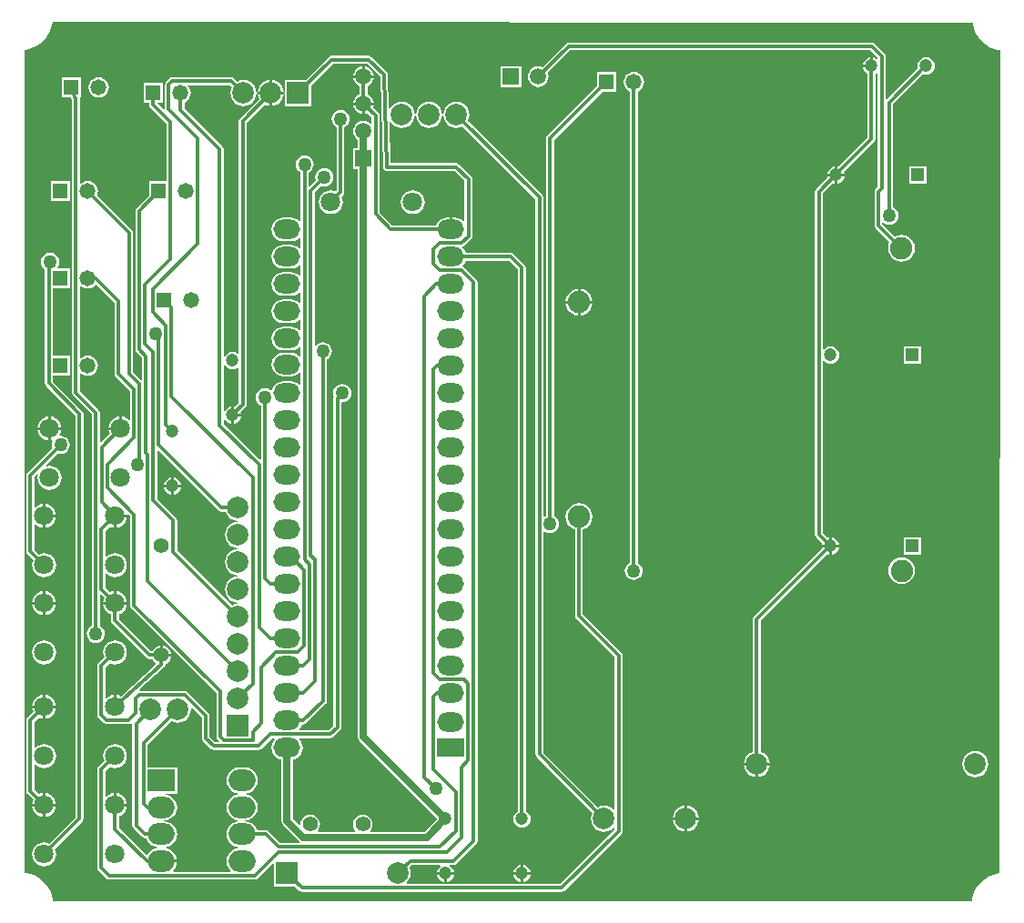
<source format=gtl>
%FSLAX25Y25*%
%MOIN*%
G70*
G01*
G75*
G04 Layer_Physical_Order=1*
G04 Layer_Color=255*
%ADD10C,0.01200*%
%ADD11C,0.02500*%
%ADD12C,0.05800*%
%ADD13R,0.05600X0.05600*%
%ADD14C,0.07087*%
%ADD15C,0.04724*%
%ADD16C,0.07874*%
%ADD17R,0.07874X0.07874*%
%ADD18C,0.05512*%
%ADD19R,0.09843X0.07087*%
%ADD20O,0.09843X0.07087*%
%ADD21C,0.07087*%
%ADD22R,0.05906X0.05906*%
%ADD23C,0.05906*%
%ADD24R,0.07874X0.07874*%
%ADD25R,0.04724X0.04724*%
%ADD26C,0.08200*%
%ADD27R,0.05906X0.05906*%
%ADD28R,0.09843X0.07874*%
%ADD29O,0.09843X0.07874*%
%ADD30C,0.05000*%
G36*
X361145Y285800D02*
X361181Y285332D01*
X361601Y283583D01*
X362290Y281922D01*
X363229Y280388D01*
X364397Y279021D01*
X365764Y277853D01*
X367298Y276914D01*
X368959Y276225D01*
X370707Y275806D01*
X371174Y275769D01*
X370983Y-25961D01*
X370486Y-26000D01*
X368710Y-26426D01*
X367022Y-27125D01*
X365464Y-28080D01*
X364074Y-29267D01*
X362888Y-30656D01*
X361933Y-32214D01*
X361234Y-33902D01*
X360807Y-35678D01*
X360768Y-36174D01*
X24232D01*
X24191Y-35647D01*
X23757Y-33839D01*
X23045Y-32121D01*
X22074Y-30536D01*
X20866Y-29122D01*
X19452Y-27914D01*
X17867Y-26943D01*
X16150Y-26232D01*
X14342Y-25797D01*
X13814Y-25756D01*
X13825Y275828D01*
X14342Y275868D01*
X16139Y276300D01*
X17846Y277007D01*
X19422Y277973D01*
X20827Y279173D01*
X22027Y280578D01*
X22993Y282154D01*
X23700Y283861D01*
X24132Y285658D01*
X24172Y286173D01*
X361145Y285800D01*
D02*
G37*
%LPC*%
G36*
X21508Y77370D02*
Y73555D01*
X25323D01*
X25240Y74189D01*
X24802Y75246D01*
X24106Y76153D01*
X23198Y76849D01*
X22142Y77287D01*
X21508Y77370D01*
D02*
G37*
G36*
X20508D02*
X19874Y77287D01*
X18818Y76849D01*
X17910Y76153D01*
X17214Y75246D01*
X16777Y74189D01*
X16693Y73555D01*
X20508D01*
Y77370D01*
D02*
G37*
G36*
X335083Y89859D02*
X333804Y89691D01*
X332612Y89197D01*
X331589Y88411D01*
X330803Y87388D01*
X330310Y86196D01*
X330141Y84917D01*
X330310Y83638D01*
X330803Y82446D01*
X331589Y81422D01*
X332612Y80637D01*
X333804Y80143D01*
X335083Y79975D01*
X336363Y80143D01*
X337555Y80637D01*
X338578Y81422D01*
X339364Y82446D01*
X339857Y83638D01*
X340026Y84917D01*
X339857Y86196D01*
X339364Y87388D01*
X338578Y88411D01*
X337555Y89197D01*
X336363Y89691D01*
X335083Y89859D01*
D02*
G37*
G36*
X47492Y77370D02*
Y73555D01*
X51307D01*
X51224Y74189D01*
X50786Y75246D01*
X50090Y76153D01*
X49183Y76849D01*
X48126Y77287D01*
X47492Y77370D01*
D02*
G37*
G36*
X64500Y57521D02*
Y54500D01*
X67521D01*
X67464Y54928D01*
X67106Y55793D01*
X66536Y56536D01*
X65793Y57106D01*
X64928Y57464D01*
X64500Y57521D01*
D02*
G37*
G36*
X21008Y59326D02*
X19874Y59176D01*
X18818Y58739D01*
X17910Y58043D01*
X17214Y57135D01*
X16777Y56079D01*
X16627Y54945D01*
X16777Y53811D01*
X17214Y52755D01*
X17910Y51847D01*
X18818Y51151D01*
X19874Y50713D01*
X21008Y50564D01*
X22142Y50713D01*
X23198Y51151D01*
X24106Y51847D01*
X24802Y52755D01*
X25240Y53811D01*
X25389Y54945D01*
X25240Y56079D01*
X24802Y57135D01*
X24106Y58043D01*
X23198Y58739D01*
X22142Y59176D01*
X21008Y59326D01*
D02*
G37*
G36*
X25323Y72555D02*
X21508D01*
Y68740D01*
X22142Y68824D01*
X23198Y69261D01*
X24106Y69958D01*
X24802Y70865D01*
X25240Y71921D01*
X25323Y72555D01*
D02*
G37*
G36*
X20508D02*
X16693D01*
X16777Y71921D01*
X17214Y70865D01*
X17910Y69958D01*
X18818Y69261D01*
X19874Y68824D01*
X20508Y68740D01*
Y72555D01*
D02*
G37*
G36*
X25323Y104555D02*
X21508D01*
Y100740D01*
X22142Y100824D01*
X23198Y101261D01*
X24106Y101957D01*
X24802Y102865D01*
X25240Y103921D01*
X25323Y104555D01*
D02*
G37*
G36*
X309500Y97124D02*
Y94500D01*
X312124D01*
X312081Y94826D01*
X311762Y95595D01*
X311255Y96255D01*
X310595Y96762D01*
X309825Y97081D01*
X309500Y97124D01*
D02*
G37*
G36*
X21508Y109370D02*
Y105555D01*
X25323D01*
X25240Y106189D01*
X24802Y107246D01*
X24106Y108153D01*
X23198Y108849D01*
X22142Y109287D01*
X21508Y109370D01*
D02*
G37*
G36*
X51307Y104555D02*
X47492D01*
Y100740D01*
X48126Y100824D01*
X49183Y101261D01*
X50090Y101957D01*
X50786Y102865D01*
X51224Y103921D01*
X51307Y104555D01*
D02*
G37*
G36*
X342162Y97162D02*
X335838D01*
Y90838D01*
X342162D01*
Y97162D01*
D02*
G37*
G36*
X237000Y267732D02*
X236034Y267605D01*
X235134Y267232D01*
X234361Y266639D01*
X233768Y265866D01*
X233395Y264966D01*
X233268Y264000D01*
X233395Y263034D01*
X233768Y262134D01*
X234361Y261361D01*
X235134Y260768D01*
X235573Y260586D01*
Y87881D01*
X235336Y87783D01*
X234646Y87254D01*
X234118Y86564D01*
X233785Y85761D01*
X233671Y84900D01*
X233785Y84039D01*
X234118Y83236D01*
X234646Y82546D01*
X235336Y82017D01*
X236139Y81685D01*
X237000Y81572D01*
X237861Y81685D01*
X238664Y82017D01*
X239354Y82546D01*
X239882Y83236D01*
X240215Y84039D01*
X240329Y84900D01*
X240215Y85761D01*
X239882Y86564D01*
X239354Y87254D01*
X238664Y87783D01*
X238427Y87881D01*
Y260586D01*
X238866Y260768D01*
X239639Y261361D01*
X240232Y262134D01*
X240605Y263034D01*
X240732Y264000D01*
X240605Y264966D01*
X240232Y265866D01*
X239639Y266639D01*
X238866Y267232D01*
X237966Y267605D01*
X237000Y267732D01*
D02*
G37*
G36*
X312124Y93500D02*
X309500D01*
Y90876D01*
X309825Y90919D01*
X310595Y91238D01*
X311255Y91745D01*
X311762Y92405D01*
X312081Y93174D01*
X312124Y93500D01*
D02*
G37*
G36*
X308500D02*
X305876D01*
X305919Y93174D01*
X305989Y93007D01*
X280991Y68009D01*
X280681Y67546D01*
X280573Y67000D01*
X280573Y67000D01*
Y18536D01*
X279611Y18138D01*
X278622Y17379D01*
X277862Y16389D01*
X277385Y15237D01*
X277288Y14500D01*
X286712D01*
X286615Y15237D01*
X286138Y16389D01*
X285379Y17379D01*
X284389Y18138D01*
X283427Y18536D01*
Y66409D01*
X308007Y90988D01*
X308174Y90919D01*
X308500Y90876D01*
Y93500D01*
D02*
G37*
G36*
X20508Y-1445D02*
X16693D01*
X16777Y-2079D01*
X17214Y-3135D01*
X17910Y-4042D01*
X18818Y-4739D01*
X19874Y-5176D01*
X20508Y-5260D01*
Y-1445D01*
D02*
G37*
G36*
X256500Y-1288D02*
Y-5500D01*
X260712D01*
X260615Y-4763D01*
X260138Y-3611D01*
X259379Y-2622D01*
X258389Y-1862D01*
X257237Y-1385D01*
X256500Y-1288D01*
D02*
G37*
G36*
X21508Y3370D02*
Y-445D01*
X25323D01*
X25240Y189D01*
X24802Y1246D01*
X24106Y2153D01*
X23198Y2849D01*
X22142Y3287D01*
X21508Y3370D01*
D02*
G37*
G36*
X25323Y-1445D02*
X21508D01*
Y-5260D01*
X22142Y-5176D01*
X23198Y-4739D01*
X24106Y-4042D01*
X24802Y-3135D01*
X25240Y-2079D01*
X25323Y-1445D01*
D02*
G37*
G36*
X255500Y-6500D02*
X251288D01*
X251385Y-7237D01*
X251862Y-8389D01*
X252622Y-9379D01*
X253611Y-10138D01*
X254763Y-10615D01*
X255500Y-10712D01*
Y-6500D01*
D02*
G37*
G36*
X23200Y201429D02*
X22339Y201315D01*
X21536Y200982D01*
X20846Y200454D01*
X20317Y199764D01*
X19985Y198961D01*
X19872Y198100D01*
X19985Y197239D01*
X20317Y196436D01*
X20846Y195746D01*
X21373Y195343D01*
Y153600D01*
X21373Y153600D01*
X21481Y153054D01*
X21791Y152591D01*
X32573Y141809D01*
Y-5472D01*
X22905Y-15139D01*
X22142Y-14823D01*
X21008Y-14674D01*
X19874Y-14823D01*
X18818Y-15261D01*
X17910Y-15957D01*
X17214Y-16865D01*
X16777Y-17921D01*
X16627Y-19055D01*
X16777Y-20189D01*
X17214Y-21245D01*
X17910Y-22153D01*
X18818Y-22849D01*
X19874Y-23287D01*
X21008Y-23436D01*
X22142Y-23287D01*
X23198Y-22849D01*
X24106Y-22153D01*
X24802Y-21245D01*
X25240Y-20189D01*
X25389Y-19055D01*
X25240Y-17921D01*
X24924Y-17158D01*
X35009Y-7072D01*
X35009Y-7072D01*
X35195Y-6795D01*
X35319Y-6609D01*
X35427Y-6063D01*
X35427Y-6063D01*
X35427Y-6063D01*
Y-6063D01*
Y142400D01*
X35427Y142400D01*
X35319Y142946D01*
X35195Y143132D01*
X35009Y143409D01*
X35009Y143409D01*
X24227Y154191D01*
Y156400D01*
X30600D01*
Y163600D01*
X24227D01*
Y188400D01*
X30600D01*
Y195600D01*
X26006D01*
X25785Y196048D01*
X26083Y196436D01*
X26415Y197239D01*
X26528Y198100D01*
X26415Y198961D01*
X26083Y199764D01*
X25554Y200454D01*
X24864Y200982D01*
X24061Y201315D01*
X23200Y201429D01*
D02*
G37*
G36*
X255500Y-1288D02*
X254763Y-1385D01*
X253611Y-1862D01*
X252622Y-2622D01*
X251862Y-3611D01*
X251385Y-4763D01*
X251288Y-5500D01*
X255500D01*
Y-1288D01*
D02*
G37*
G36*
X260712Y-6500D02*
X256500D01*
Y-10712D01*
X257237Y-10615D01*
X258389Y-10138D01*
X259379Y-9379D01*
X260138Y-8389D01*
X260615Y-7237D01*
X260712Y-6500D01*
D02*
G37*
G36*
X25323Y34555D02*
X21508D01*
Y30740D01*
X22142Y30824D01*
X23198Y31261D01*
X24106Y31958D01*
X24802Y32865D01*
X25240Y33921D01*
X25323Y34555D01*
D02*
G37*
G36*
X20508D02*
X16693D01*
X16777Y33921D01*
X17093Y33158D01*
X14991Y31056D01*
X14681Y30593D01*
X14573Y30047D01*
X14573Y30047D01*
Y4063D01*
X14573Y4063D01*
X14681Y3517D01*
X14991Y3054D01*
X17093Y952D01*
X16777Y189D01*
X16693Y-445D01*
X20508D01*
Y3370D01*
X19874Y3287D01*
X19111Y2971D01*
X17427Y4654D01*
Y13699D01*
X17901Y13860D01*
X17910Y13847D01*
X18818Y13151D01*
X19874Y12713D01*
X21008Y12564D01*
X22142Y12713D01*
X23198Y13151D01*
X24106Y13847D01*
X24802Y14755D01*
X25240Y15811D01*
X25389Y16945D01*
X25240Y18079D01*
X24802Y19135D01*
X24106Y20043D01*
X23198Y20739D01*
X22142Y21177D01*
X21008Y21326D01*
X19874Y21177D01*
X18818Y20739D01*
X17910Y20043D01*
X17901Y20030D01*
X17427Y20191D01*
Y29456D01*
X19111Y31140D01*
X19874Y30824D01*
X20508Y30740D01*
Y34555D01*
D02*
G37*
G36*
X21508Y39370D02*
Y35555D01*
X25323D01*
X25240Y36189D01*
X24802Y37246D01*
X24106Y38153D01*
X23198Y38849D01*
X22142Y39287D01*
X21508Y39370D01*
D02*
G37*
G36*
X20508D02*
X19874Y39287D01*
X18818Y38849D01*
X17910Y38153D01*
X17214Y37246D01*
X16777Y36189D01*
X16693Y35555D01*
X20508D01*
Y39370D01*
D02*
G37*
G36*
X362000Y18778D02*
X360763Y18615D01*
X359611Y18138D01*
X358622Y17379D01*
X357862Y16389D01*
X357385Y15237D01*
X357222Y14000D01*
X357385Y12763D01*
X357862Y11611D01*
X358622Y10622D01*
X359611Y9862D01*
X360763Y9385D01*
X362000Y9222D01*
X363237Y9385D01*
X364389Y9862D01*
X365378Y10622D01*
X366138Y11611D01*
X366615Y12763D01*
X366778Y14000D01*
X366615Y15237D01*
X366138Y16389D01*
X365378Y17379D01*
X364389Y18138D01*
X363237Y18615D01*
X362000Y18778D01*
D02*
G37*
G36*
X47492Y3370D02*
Y-445D01*
X51307D01*
X51224Y189D01*
X50786Y1246D01*
X50090Y2153D01*
X49183Y2849D01*
X48126Y3287D01*
X47492Y3370D01*
D02*
G37*
G36*
X286712Y13500D02*
X282500D01*
Y9288D01*
X283237Y9385D01*
X284389Y9862D01*
X285379Y10622D01*
X286138Y11611D01*
X286615Y12763D01*
X286712Y13500D01*
D02*
G37*
G36*
X281500D02*
X277288D01*
X277385Y12763D01*
X277862Y11611D01*
X278622Y10622D01*
X279611Y9862D01*
X280763Y9385D01*
X281500Y9288D01*
Y13500D01*
D02*
G37*
G36*
X137500Y255500D02*
X134281D01*
X134344Y255020D01*
X134722Y254107D01*
X135324Y253324D01*
X136107Y252722D01*
X137020Y252344D01*
X137500Y252281D01*
Y255500D01*
D02*
G37*
G36*
X310500Y233124D02*
X310174Y233081D01*
X309405Y232762D01*
X308745Y232255D01*
X308238Y231595D01*
X307919Y230825D01*
X307876Y230500D01*
X310500D01*
Y233124D01*
D02*
G37*
G36*
X141719Y265500D02*
X134281D01*
X134344Y265020D01*
X134722Y264107D01*
X135324Y263323D01*
X136107Y262722D01*
X136573Y262529D01*
Y259471D01*
X136107Y259278D01*
X135324Y258677D01*
X134722Y257893D01*
X134344Y256980D01*
X134281Y256500D01*
X141719D01*
X141656Y256980D01*
X141278Y257893D01*
X140676Y258677D01*
X139893Y259278D01*
X139427Y259471D01*
Y262529D01*
X139893Y262722D01*
X140676Y263323D01*
X141278Y264107D01*
X141656Y265020D01*
X141719Y265500D01*
D02*
G37*
G36*
X108712Y259500D02*
X104500D01*
Y255288D01*
X105237Y255385D01*
X106389Y255862D01*
X107378Y256622D01*
X108138Y257611D01*
X108615Y258763D01*
X108712Y259500D01*
D02*
G37*
G36*
X314124Y229500D02*
X311500D01*
Y226876D01*
X311825Y226919D01*
X312595Y227238D01*
X313255Y227745D01*
X313762Y228405D01*
X314081Y229174D01*
X314124Y229500D01*
D02*
G37*
G36*
X129600Y253829D02*
X128738Y253715D01*
X127936Y253382D01*
X127246Y252854D01*
X126717Y252164D01*
X126385Y251361D01*
X126271Y250500D01*
X126385Y249639D01*
X126717Y248836D01*
X127246Y248146D01*
X127936Y247618D01*
X128173Y247519D01*
Y224251D01*
X127757Y223973D01*
X127134Y224232D01*
X126000Y224381D01*
X124866Y224232D01*
X123810Y223794D01*
X122902Y223098D01*
X122206Y222190D01*
X121768Y221134D01*
X121619Y220000D01*
X121768Y218866D01*
X122206Y217810D01*
X122902Y216902D01*
X123810Y216206D01*
X124866Y215769D01*
X126000Y215619D01*
X127134Y215769D01*
X128190Y216206D01*
X129098Y216902D01*
X129794Y217810D01*
X130231Y218866D01*
X130381Y220000D01*
X130231Y221134D01*
X129915Y221897D01*
X130609Y222591D01*
X130609Y222591D01*
X130919Y223054D01*
X131027Y223600D01*
X131027Y223600D01*
Y247519D01*
X131264Y247618D01*
X131954Y248146D01*
X132483Y248836D01*
X132815Y249639D01*
X132929Y250500D01*
X132815Y251361D01*
X132483Y252164D01*
X131954Y252854D01*
X131264Y253382D01*
X130462Y253715D01*
X129600Y253829D01*
D02*
G37*
G36*
X30600Y227600D02*
X23400D01*
Y220400D01*
X30600D01*
Y227600D01*
D02*
G37*
G36*
X310500Y229500D02*
X307876D01*
X307919Y229174D01*
X307989Y229007D01*
X303791Y224809D01*
X303481Y224346D01*
X303373Y223800D01*
X303373Y223800D01*
Y98200D01*
X303373Y98200D01*
X303481Y97654D01*
X303791Y97191D01*
X305989Y94993D01*
X305919Y94826D01*
X305876Y94500D01*
X308500D01*
Y97124D01*
X308174Y97081D01*
X308007Y97012D01*
X306227Y98791D01*
Y161641D01*
X306701Y161802D01*
X306745Y161745D01*
X307405Y161238D01*
X308174Y160919D01*
X309000Y160810D01*
X309825Y160919D01*
X310595Y161238D01*
X311255Y161745D01*
X311762Y162405D01*
X312081Y163174D01*
X312190Y164000D01*
X312081Y164825D01*
X311762Y165595D01*
X311255Y166255D01*
X310595Y166762D01*
X309825Y167081D01*
X309000Y167190D01*
X308174Y167081D01*
X307405Y166762D01*
X306745Y166255D01*
X306701Y166198D01*
X306227Y166359D01*
Y223209D01*
X310007Y226989D01*
X310174Y226919D01*
X310500Y226876D01*
Y229500D01*
D02*
G37*
G36*
X344162Y233162D02*
X337838D01*
Y226838D01*
X344162D01*
Y233162D01*
D02*
G37*
G36*
X323500Y273124D02*
X323175Y273081D01*
X322405Y272762D01*
X321745Y272255D01*
X321238Y271595D01*
X320919Y270826D01*
X320876Y270500D01*
X323500D01*
Y273124D01*
D02*
G37*
G36*
X138500Y269719D02*
Y266500D01*
X141719D01*
X141656Y266980D01*
X141278Y267893D01*
X140676Y268676D01*
X139893Y269278D01*
X138980Y269656D01*
X138500Y269719D01*
D02*
G37*
G36*
X324200Y278527D02*
X324200Y278527D01*
X213100D01*
X213100Y278527D01*
X212554Y278419D01*
X212091Y278109D01*
X203445Y269463D01*
X202980Y269656D01*
X202000Y269785D01*
X201020Y269656D01*
X200107Y269278D01*
X199323Y268676D01*
X198722Y267893D01*
X198344Y266980D01*
X198215Y266000D01*
X198344Y265020D01*
X198722Y264107D01*
X199323Y263323D01*
X200107Y262722D01*
X201020Y262344D01*
X202000Y262215D01*
X202980Y262344D01*
X203893Y262722D01*
X204677Y263323D01*
X205278Y264107D01*
X205656Y265020D01*
X205785Y266000D01*
X205656Y266980D01*
X205464Y267445D01*
X213691Y275673D01*
X323609D01*
X326188Y273093D01*
X326107Y272600D01*
X325924Y272509D01*
X325595Y272762D01*
X324826Y273081D01*
X324500Y273124D01*
Y269999D01*
X324001D01*
Y269500D01*
X320876D01*
X320919Y269175D01*
X321238Y268405D01*
X321745Y267745D01*
X322405Y267238D01*
X322573Y267168D01*
Y243591D01*
X311993Y233012D01*
X311825Y233081D01*
X311500Y233124D01*
Y230500D01*
X314124D01*
X314081Y230825D01*
X314012Y230993D01*
X325009Y241991D01*
X325009Y241991D01*
X325319Y242454D01*
X325319Y242454D01*
X325319Y242454D01*
X325427Y243000D01*
X325427Y243000D01*
Y267168D01*
X325595Y267238D01*
X325924Y267491D01*
X326373Y267269D01*
Y225691D01*
X325591Y224909D01*
X325281Y224446D01*
X325173Y223900D01*
X325173Y223900D01*
Y211483D01*
X325173Y211483D01*
X325281Y210937D01*
X325591Y210474D01*
X330658Y205406D01*
X330226Y204363D01*
X330058Y203083D01*
X330226Y201804D01*
X330720Y200612D01*
X331505Y199589D01*
X332529Y198803D01*
X333721Y198310D01*
X335000Y198141D01*
X336279Y198310D01*
X337471Y198803D01*
X338495Y199589D01*
X339280Y200612D01*
X339774Y201804D01*
X339942Y203083D01*
X339774Y204363D01*
X339280Y205555D01*
X338495Y206578D01*
X337471Y207364D01*
X336279Y207857D01*
X335000Y208026D01*
X333721Y207857D01*
X332677Y207425D01*
X328027Y212075D01*
Y212273D01*
X328476Y212494D01*
X328836Y212217D01*
X329639Y211885D01*
X330500Y211771D01*
X331362Y211885D01*
X332164Y212217D01*
X332854Y212746D01*
X333383Y213436D01*
X333715Y214239D01*
X333828Y215100D01*
X333715Y215962D01*
X333383Y216764D01*
X332854Y217454D01*
X332164Y217983D01*
X331927Y218081D01*
Y255909D01*
X343007Y266988D01*
X343175Y266919D01*
X344000Y266810D01*
X344826Y266919D01*
X345595Y267238D01*
X346255Y267745D01*
X346762Y268405D01*
X347081Y269175D01*
X347189Y270000D01*
X347081Y270826D01*
X346762Y271595D01*
X346255Y272255D01*
X345595Y272762D01*
X344826Y273081D01*
X344000Y273189D01*
X343175Y273081D01*
X342405Y272762D01*
X341745Y272255D01*
X341238Y271595D01*
X340919Y270826D01*
X340810Y270000D01*
X340919Y269175D01*
X340988Y269007D01*
X329689Y257708D01*
X329227Y257899D01*
Y273500D01*
X329227Y273500D01*
X329119Y274046D01*
X328809Y274509D01*
X328809Y274509D01*
X325209Y278109D01*
X324746Y278419D01*
X324200Y278527D01*
D02*
G37*
G36*
X140000Y273627D02*
X140000Y273627D01*
X126200D01*
X126200Y273627D01*
X125654Y273519D01*
X125191Y273209D01*
X125191Y273209D01*
X116718Y264737D01*
X109263D01*
Y260228D01*
X109159Y260131D01*
X108898Y260114D01*
D01*
X108764Y260105D01*
X108778Y260000D01*
X108764Y259895D01*
X108898Y259886D01*
D01*
X109159Y259869D01*
X109263Y259772D01*
Y255263D01*
X118737D01*
Y262718D01*
X126791Y270773D01*
X139409D01*
X144092Y266090D01*
X145173Y232854D01*
X145231Y232605D01*
X145281Y232354D01*
X145294Y232334D01*
X145300Y232311D01*
X145449Y232103D01*
X145591Y231891D01*
X145610Y231877D01*
X145624Y231858D01*
X145841Y231723D01*
X146054Y231581D01*
X146077Y231577D01*
X146097Y231564D01*
X146349Y231522D01*
X146600Y231473D01*
X171409D01*
X174973Y227909D01*
Y213228D01*
X174499Y213067D01*
X174476Y213098D01*
X173568Y213794D01*
X172512Y214231D01*
X171378Y214381D01*
X170500D01*
Y209999D01*
X169500D01*
Y214381D01*
X168622D01*
X167488Y214231D01*
X166432Y213794D01*
X165524Y213098D01*
X164828Y212190D01*
X164512Y211427D01*
X148591D01*
X143827Y216191D01*
Y251600D01*
X143827Y251600D01*
X143719Y252146D01*
X143409Y252609D01*
X141463Y254555D01*
X141656Y255020D01*
X141719Y255500D01*
X138500D01*
Y252281D01*
X138980Y252344D01*
X139445Y252537D01*
X140973Y251009D01*
Y249015D01*
X140524Y248793D01*
X139893Y249278D01*
X138980Y249656D01*
X138000Y249785D01*
X137020Y249656D01*
X136107Y249278D01*
X135324Y248676D01*
X134722Y247893D01*
X134344Y246980D01*
X134215Y246000D01*
X134344Y245020D01*
X134722Y244107D01*
X135324Y243323D01*
X135910Y242874D01*
Y239753D01*
X134247D01*
Y232247D01*
X135910D01*
Y24000D01*
X135910Y24000D01*
X136069Y23200D01*
X136522Y22522D01*
X164794Y-5750D01*
Y-6250D01*
X160234Y-10810D01*
X140604D01*
X140383Y-10361D01*
X140819Y-9793D01*
X141177Y-8928D01*
X141299Y-8000D01*
X141177Y-7072D01*
X140819Y-6207D01*
X140249Y-5464D01*
X139506Y-4894D01*
X138641Y-4536D01*
X137713Y-4413D01*
X136784Y-4536D01*
X135919Y-4894D01*
X135177Y-5464D01*
X134607Y-6207D01*
X134248Y-7072D01*
X134126Y-8000D01*
X134248Y-8928D01*
X134607Y-9793D01*
X135043Y-10361D01*
X134821Y-10810D01*
X121391D01*
X121170Y-10361D01*
X121606Y-9793D01*
X121964Y-8928D01*
X122087Y-8000D01*
X121964Y-7072D01*
X121606Y-6207D01*
X121036Y-5464D01*
X120293Y-4894D01*
X119428Y-4536D01*
X118500Y-4413D01*
X117572Y-4536D01*
X116707Y-4894D01*
X115964Y-5464D01*
X115394Y-6207D01*
X115036Y-7072D01*
X114913Y-8000D01*
X114942Y-8216D01*
X114494Y-8438D01*
X112090Y-6034D01*
Y15713D01*
X112512Y15768D01*
X113568Y16206D01*
X114476Y16902D01*
X115172Y17810D01*
X115610Y18866D01*
X115759Y20000D01*
X115610Y21134D01*
X115172Y22190D01*
X114476Y23098D01*
X114474Y23099D01*
X114635Y23573D01*
X126000D01*
X126000Y23573D01*
X126546Y23681D01*
X127009Y23991D01*
X129409Y26391D01*
X129409Y26391D01*
X129595Y26668D01*
X129719Y26854D01*
X129827Y27400D01*
X129827Y27400D01*
X129827Y27400D01*
Y27400D01*
Y146345D01*
X130200Y146671D01*
X131061Y146785D01*
X131864Y147117D01*
X132554Y147646D01*
X133082Y148336D01*
X133415Y149138D01*
X133528Y150000D01*
X133415Y150862D01*
X133082Y151664D01*
X132554Y152354D01*
X131864Y152883D01*
X131061Y153215D01*
X130200Y153329D01*
X129339Y153215D01*
X128536Y152883D01*
X127846Y152354D01*
X127318Y151664D01*
X126985Y150862D01*
X126872Y150000D01*
X126985Y149138D01*
X127122Y148807D01*
X127081Y148746D01*
X126973Y148200D01*
X126973Y148200D01*
Y27991D01*
X125409Y26427D01*
X114635D01*
X114474Y26901D01*
X114476Y26902D01*
X115172Y27810D01*
X115488Y28573D01*
X116000D01*
X116000Y28573D01*
X116546Y28681D01*
X117009Y28991D01*
X124109Y36091D01*
X124109Y36091D01*
X124419Y36554D01*
X124527Y37100D01*
X124527Y37100D01*
Y162319D01*
X124764Y162417D01*
X125454Y162946D01*
X125982Y163636D01*
X126315Y164438D01*
X126428Y165300D01*
X126315Y166162D01*
X125982Y166964D01*
X125454Y167654D01*
X124764Y168183D01*
X123961Y168515D01*
X123100Y168629D01*
X122239Y168515D01*
X121436Y168183D01*
X120746Y167654D01*
X120601Y167464D01*
X120127Y167625D01*
Y223509D01*
X122602Y225983D01*
X122838Y225885D01*
X123700Y225771D01*
X124562Y225885D01*
X125364Y226218D01*
X126054Y226746D01*
X126583Y227436D01*
X126915Y228239D01*
X127029Y229100D01*
X126915Y229961D01*
X126583Y230764D01*
X126054Y231454D01*
X125364Y231982D01*
X124562Y232315D01*
X123700Y232429D01*
X122838Y232315D01*
X122036Y231982D01*
X121346Y231454D01*
X120817Y230764D01*
X120485Y229961D01*
X120371Y229100D01*
X120485Y228239D01*
X120583Y228002D01*
X118289Y225708D01*
X117827Y225899D01*
Y230919D01*
X118064Y231017D01*
X118754Y231546D01*
X119282Y232236D01*
X119615Y233038D01*
X119729Y233900D01*
X119615Y234762D01*
X119282Y235564D01*
X118754Y236254D01*
X118064Y236783D01*
X117262Y237115D01*
X116400Y237228D01*
X115539Y237115D01*
X114736Y236783D01*
X114046Y236254D01*
X113517Y235564D01*
X113185Y234762D01*
X113072Y233900D01*
X113185Y233038D01*
X113517Y232236D01*
X114046Y231546D01*
X114736Y231017D01*
X114973Y230919D01*
Y213228D01*
X114499Y213067D01*
X114476Y213098D01*
X113568Y213794D01*
X112512Y214231D01*
X111378Y214381D01*
X108622D01*
X107488Y214231D01*
X106432Y213794D01*
X105524Y213098D01*
X104828Y212190D01*
X104391Y211134D01*
X104241Y210000D01*
X104391Y208866D01*
X104828Y207810D01*
X105524Y206902D01*
X106432Y206206D01*
X107488Y205768D01*
X108622Y205619D01*
X111378D01*
X112512Y205768D01*
X113568Y206206D01*
X114476Y206902D01*
X114499Y206933D01*
X114973Y206772D01*
Y203228D01*
X114499Y203067D01*
X114476Y203098D01*
X113568Y203794D01*
X112512Y204232D01*
X111378Y204381D01*
X108622D01*
X107488Y204232D01*
X106432Y203794D01*
X105524Y203098D01*
X104828Y202190D01*
X104391Y201134D01*
X104241Y200000D01*
X104391Y198866D01*
X104828Y197810D01*
X105524Y196902D01*
X106432Y196206D01*
X107488Y195768D01*
X108622Y195619D01*
X111378D01*
X112512Y195768D01*
X113568Y196206D01*
X114476Y196902D01*
X114499Y196933D01*
X114973Y196772D01*
Y193228D01*
X114499Y193067D01*
X114476Y193098D01*
X113568Y193794D01*
X112512Y194231D01*
X111378Y194381D01*
X108622D01*
X107488Y194231D01*
X106432Y193794D01*
X105524Y193098D01*
X104828Y192190D01*
X104391Y191134D01*
X104241Y190000D01*
X104391Y188866D01*
X104828Y187810D01*
X105524Y186902D01*
X106432Y186206D01*
X107488Y185768D01*
X108622Y185619D01*
X111378D01*
X112512Y185768D01*
X113568Y186206D01*
X114476Y186902D01*
X114499Y186933D01*
X114973Y186772D01*
Y183228D01*
X114499Y183067D01*
X114476Y183098D01*
X113568Y183794D01*
X112512Y184231D01*
X111378Y184381D01*
X108622D01*
X107488Y184231D01*
X106432Y183794D01*
X105524Y183098D01*
X104828Y182190D01*
X104391Y181134D01*
X104241Y180000D01*
X104391Y178866D01*
X104828Y177810D01*
X105524Y176902D01*
X106432Y176206D01*
X107488Y175768D01*
X108622Y175619D01*
X111378D01*
X112512Y175768D01*
X113568Y176206D01*
X114476Y176902D01*
X114499Y176933D01*
X114973Y176772D01*
Y173228D01*
X114499Y173067D01*
X114476Y173098D01*
X113568Y173794D01*
X112512Y174232D01*
X111378Y174381D01*
X108622D01*
X107488Y174232D01*
X106432Y173794D01*
X105524Y173098D01*
X104828Y172190D01*
X104391Y171134D01*
X104241Y170000D01*
X104391Y168866D01*
X104828Y167810D01*
X105524Y166902D01*
X106432Y166206D01*
X107488Y165769D01*
X108622Y165619D01*
X111378D01*
X112512Y165769D01*
X113568Y166206D01*
X114476Y166902D01*
X114499Y166933D01*
X114973Y166772D01*
Y163728D01*
X114499Y163567D01*
X114476Y163598D01*
X113568Y164294D01*
X112512Y164732D01*
X111378Y164881D01*
X108622D01*
X107488Y164732D01*
X106432Y164294D01*
X105524Y163598D01*
X104828Y162690D01*
X104391Y161634D01*
X104241Y160500D01*
X104391Y159366D01*
X104828Y158310D01*
X105524Y157402D01*
X106432Y156706D01*
X107488Y156269D01*
X108622Y156119D01*
X111378D01*
X112512Y156269D01*
X113568Y156706D01*
X114476Y157402D01*
X114499Y157433D01*
X114973Y157272D01*
Y153228D01*
X114499Y153067D01*
X114476Y153098D01*
X113568Y153794D01*
X112512Y154232D01*
X111378Y154381D01*
X108622D01*
X107488Y154232D01*
X106432Y153794D01*
X105524Y153098D01*
X104828Y152190D01*
X104395Y151145D01*
X104366Y151137D01*
X103627Y151234D01*
X103564Y151283D01*
X102761Y151615D01*
X101900Y151728D01*
X101039Y151615D01*
X100236Y151283D01*
X99546Y150754D01*
X99017Y150064D01*
X98685Y149261D01*
X98571Y148400D01*
X98685Y147538D01*
X99017Y146736D01*
X99546Y146046D01*
X100236Y145518D01*
X100473Y145419D01*
Y125699D01*
X100011Y125508D01*
X86727Y138791D01*
Y140356D01*
X87218Y140454D01*
X87238Y140405D01*
X87745Y139745D01*
X88405Y139238D01*
X89174Y138919D01*
X89500Y138876D01*
Y141999D01*
Y145124D01*
X89174Y145081D01*
X88405Y144762D01*
X87745Y144255D01*
X87238Y143595D01*
X87218Y143546D01*
X86727Y143644D01*
Y160356D01*
X87218Y160453D01*
X87238Y160405D01*
X87745Y159745D01*
X88405Y159238D01*
X89174Y158919D01*
X90000Y158810D01*
X90825Y158919D01*
X91595Y159238D01*
X91924Y159491D01*
X92373Y159269D01*
Y146391D01*
X90993Y145011D01*
X90825Y145081D01*
X90500Y145124D01*
Y142500D01*
X93124D01*
X93081Y142825D01*
X93011Y142993D01*
X94809Y144791D01*
X94809Y144791D01*
X94995Y145068D01*
X95119Y145254D01*
X95227Y145800D01*
X95227Y145800D01*
Y249209D01*
X101802Y255783D01*
X102763Y255385D01*
X103500Y255288D01*
Y259500D01*
X99288D01*
X99385Y258763D01*
X99783Y257802D01*
X92791Y250809D01*
X92481Y250346D01*
X92373Y249800D01*
X92373Y249800D01*
Y164731D01*
X91924Y164509D01*
X91595Y164762D01*
X90825Y165081D01*
X90000Y165190D01*
X89174Y165081D01*
X88405Y164762D01*
X87745Y164255D01*
X87238Y163595D01*
X87218Y163547D01*
X86727Y163644D01*
Y239400D01*
X86619Y239946D01*
X86495Y240132D01*
X86309Y240409D01*
X86309Y240409D01*
X72427Y254291D01*
Y256586D01*
X72866Y256768D01*
X73639Y257361D01*
X74232Y258134D01*
X74605Y259034D01*
X74732Y260000D01*
X74605Y260966D01*
X74232Y261866D01*
X73639Y262639D01*
X73718Y262873D01*
X89109D01*
X89783Y262198D01*
X89385Y261237D01*
X89222Y260000D01*
X89385Y258763D01*
X89862Y257611D01*
X90622Y256622D01*
X91611Y255862D01*
X92763Y255385D01*
X94000Y255222D01*
X95237Y255385D01*
X96389Y255862D01*
X97378Y256622D01*
X98138Y257611D01*
X98615Y258763D01*
X98750Y259788D01*
X99250D01*
X99222Y260000D01*
X99250Y260212D01*
X98750D01*
X98615Y261237D01*
X98138Y262389D01*
X97378Y263379D01*
X96389Y264138D01*
X95237Y264615D01*
X94000Y264778D01*
X92763Y264615D01*
X91802Y264217D01*
X90709Y265309D01*
X90246Y265619D01*
X89700Y265727D01*
X89700Y265727D01*
X68000D01*
X68000Y265727D01*
X67454Y265619D01*
X66991Y265309D01*
X66991Y265309D01*
X65691Y264009D01*
X65381Y263546D01*
X65273Y263000D01*
X65273Y263000D01*
Y254394D01*
X64886Y254077D01*
X64580Y254138D01*
X62427Y256291D01*
Y256400D01*
X64600D01*
Y263600D01*
X57400D01*
Y256400D01*
X59573D01*
Y255700D01*
X59573Y255700D01*
X59681Y255154D01*
X59991Y254691D01*
X65773Y248909D01*
Y227600D01*
X59400D01*
Y222419D01*
X54891Y217909D01*
X54581Y217446D01*
X54473Y216900D01*
X54473Y216900D01*
Y166000D01*
X54473Y166000D01*
X54581Y165454D01*
X54891Y164991D01*
X56889Y162992D01*
Y155083D01*
X56427Y154891D01*
X53527Y157791D01*
Y208900D01*
X53419Y209446D01*
X53109Y209909D01*
X53109Y209909D01*
X40423Y222596D01*
X40605Y223034D01*
X40732Y224000D01*
X40605Y224966D01*
X40232Y225866D01*
X39639Y226639D01*
X38866Y227232D01*
X37966Y227605D01*
X37000Y227732D01*
X36034Y227605D01*
X35134Y227232D01*
X34576Y226804D01*
X34127Y227025D01*
Y257700D01*
X34075Y257962D01*
X34027Y258225D01*
X34147Y258400D01*
X34600D01*
Y265600D01*
X27400D01*
Y258400D01*
X30888D01*
X31273Y257428D01*
Y150200D01*
X31273Y150200D01*
X31381Y149654D01*
X31691Y149191D01*
X38573Y142309D01*
Y64781D01*
X38336Y64683D01*
X37646Y64154D01*
X37117Y63464D01*
X36785Y62661D01*
X36672Y61800D01*
X36785Y60939D01*
X37117Y60136D01*
X37646Y59446D01*
X38336Y58917D01*
X39138Y58585D01*
X40000Y58472D01*
X40861Y58585D01*
X41664Y58917D01*
X42354Y59446D01*
X42882Y60136D01*
X43215Y60939D01*
X43328Y61800D01*
X43215Y62661D01*
X42882Y63464D01*
X42354Y64154D01*
X41664Y64683D01*
X41427Y64781D01*
Y75948D01*
X41889Y76139D01*
X43077Y74952D01*
X42761Y74189D01*
X42677Y73555D01*
X46492D01*
Y77370D01*
X45858Y77287D01*
X45095Y76971D01*
X43427Y78639D01*
Y83689D01*
X43894Y83847D01*
X44802Y83151D01*
X45858Y82714D01*
X46992Y82564D01*
X48126Y82714D01*
X49183Y83151D01*
X50090Y83847D01*
X50786Y84755D01*
X51224Y85811D01*
X51373Y86945D01*
X51224Y88079D01*
X50786Y89135D01*
X50090Y90043D01*
X49183Y90739D01*
X48126Y91176D01*
X46992Y91326D01*
X45858Y91176D01*
X44802Y90739D01*
X43894Y90043D01*
X43427Y90201D01*
Y99472D01*
X45095Y101140D01*
X45858Y100824D01*
X46492Y100740D01*
Y105056D01*
X46991D01*
Y105555D01*
X51307D01*
X51308Y105553D01*
X51756Y105774D01*
X52573Y104957D01*
Y72200D01*
X52573Y72200D01*
X52681Y71654D01*
X52991Y71191D01*
X84173Y40009D01*
Y24000D01*
X84173Y24000D01*
X84281Y23454D01*
X84591Y22991D01*
X85092Y22489D01*
X84901Y22027D01*
X83691D01*
X81627Y24091D01*
Y31600D01*
X81627Y31600D01*
X81519Y32146D01*
X81209Y32609D01*
X81209Y32609D01*
X73409Y40409D01*
X72946Y40719D01*
X72400Y40827D01*
X72400Y40827D01*
X56218D01*
X56038Y41294D01*
X64956Y49340D01*
X64978Y49370D01*
X65009Y49391D01*
X65144Y49592D01*
X65289Y49787D01*
X65298Y49823D01*
X65319Y49854D01*
X65366Y50091D01*
X65426Y50327D01*
X65420Y50364D01*
X65427Y50400D01*
Y50742D01*
X65793Y50894D01*
X66536Y51464D01*
X67106Y52207D01*
X67464Y53072D01*
X67521Y53500D01*
X63999D01*
Y53999D01*
X63500D01*
Y57521D01*
X63072Y57464D01*
X62207Y57106D01*
X61464Y56536D01*
X60894Y55793D01*
X60742Y55427D01*
X60191D01*
X48420Y67199D01*
Y68945D01*
X49183Y69261D01*
X50090Y69958D01*
X50786Y70865D01*
X51224Y71921D01*
X51307Y72555D01*
X42677D01*
X42761Y71921D01*
X43198Y70865D01*
X43894Y69958D01*
X44802Y69261D01*
X45565Y68945D01*
Y66608D01*
X45565Y66608D01*
X45673Y66062D01*
X45983Y65598D01*
X58591Y52991D01*
X58591Y52991D01*
X58868Y52805D01*
X59054Y52681D01*
X59600Y52573D01*
X59600Y52573D01*
X60742D01*
X60894Y52207D01*
X61464Y51464D01*
X62010Y51045D01*
X62030Y50545D01*
X49103Y38882D01*
X48126Y39287D01*
X47492Y39370D01*
Y35054D01*
X46492D01*
Y39370D01*
X45858Y39287D01*
X44802Y38849D01*
X43894Y38153D01*
X43427Y38311D01*
Y49362D01*
X45095Y51029D01*
X45858Y50713D01*
X46992Y50564D01*
X48126Y50713D01*
X49183Y51151D01*
X50090Y51847D01*
X50786Y52755D01*
X51224Y53811D01*
X51373Y54945D01*
X51224Y56079D01*
X50786Y57135D01*
X50090Y58043D01*
X49183Y58739D01*
X48126Y59176D01*
X46992Y59326D01*
X45858Y59176D01*
X44802Y58739D01*
X43894Y58043D01*
X43198Y57135D01*
X42761Y56079D01*
X42611Y54945D01*
X42761Y53811D01*
X43077Y53048D01*
X40991Y50962D01*
X40681Y50499D01*
X40573Y49953D01*
X40573Y49953D01*
Y32100D01*
X40573Y32100D01*
X40681Y31554D01*
X40991Y31091D01*
X42991Y29091D01*
X42991Y29091D01*
X43454Y28781D01*
X43454Y28781D01*
X43454Y28781D01*
D01*
X43454Y28781D01*
X43454Y28781D01*
X44000Y28673D01*
X44000Y28673D01*
X52000D01*
X52000Y28673D01*
X52546Y28781D01*
X52758Y28922D01*
X53373Y28800D01*
X53373Y28800D01*
Y-8500D01*
X53373Y-8500D01*
X53481Y-9046D01*
X53791Y-9509D01*
X56976Y-12694D01*
X57439Y-13004D01*
X57985Y-13112D01*
X57985Y-13112D01*
X58480D01*
X58878Y-14074D01*
X59637Y-15064D01*
X60627Y-15823D01*
X61779Y-16300D01*
X62206Y-16356D01*
Y-16856D01*
X61779Y-16913D01*
X60627Y-17390D01*
X59637Y-18149D01*
X58883Y-19132D01*
X58384Y-19165D01*
X48420Y-9201D01*
Y-5055D01*
X49183Y-4739D01*
X50090Y-4042D01*
X50786Y-3135D01*
X51224Y-2079D01*
X51307Y-1445D01*
X46991D01*
Y-946D01*
X46492D01*
Y3370D01*
X45858Y3287D01*
X44802Y2849D01*
X43894Y2153D01*
X43427Y2311D01*
Y11361D01*
X45095Y13029D01*
X45858Y12713D01*
X46992Y12564D01*
X48126Y12713D01*
X49183Y13151D01*
X50090Y13847D01*
X50786Y14755D01*
X51224Y15811D01*
X51373Y16945D01*
X51224Y18079D01*
X50786Y19135D01*
X50090Y20043D01*
X49183Y20739D01*
X48126Y21177D01*
X46992Y21326D01*
X45858Y21177D01*
X44802Y20739D01*
X43894Y20043D01*
X43198Y19135D01*
X42761Y18079D01*
X42611Y16945D01*
X42761Y15811D01*
X43077Y15048D01*
X40991Y12962D01*
X40681Y12499D01*
X40573Y11953D01*
X40573Y11953D01*
Y-24000D01*
X40573Y-24000D01*
X40681Y-24546D01*
X40991Y-25009D01*
X43891Y-27909D01*
X43891Y-27909D01*
X44354Y-28219D01*
X44354Y-28219D01*
X44354Y-28219D01*
D01*
X44354Y-28219D01*
X44354Y-28219D01*
X44900Y-28327D01*
X44900Y-28327D01*
X98300D01*
X98300Y-28327D01*
X98846Y-28219D01*
X99309Y-27909D01*
X104801Y-22418D01*
X105263Y-22609D01*
Y-30737D01*
X112718D01*
X114391Y-32409D01*
X114391Y-32409D01*
X114668Y-32595D01*
X114854Y-32719D01*
X115400Y-32827D01*
X210500D01*
X210500Y-32827D01*
X211046Y-32719D01*
X211509Y-32409D01*
X232409Y-11509D01*
X232409Y-11509D01*
X232595Y-11232D01*
X232719Y-11046D01*
X232827Y-10500D01*
X232827Y-10500D01*
X232827Y-10500D01*
Y-10500D01*
Y53800D01*
X232827Y53800D01*
X232719Y54346D01*
X232409Y54809D01*
X232409Y54809D01*
X218344Y68875D01*
Y99954D01*
X219388Y100387D01*
X220411Y101172D01*
X221197Y102196D01*
X221691Y103388D01*
X221859Y104667D01*
X221691Y105946D01*
X221197Y107138D01*
X220411Y108161D01*
X219388Y108947D01*
X218196Y109441D01*
X216917Y109609D01*
X215638Y109441D01*
X214446Y108947D01*
X213422Y108161D01*
X212637Y107138D01*
X212143Y105946D01*
X211975Y104667D01*
X212143Y103388D01*
X212637Y102196D01*
X213422Y101172D01*
X214446Y100387D01*
X215489Y99954D01*
Y68283D01*
X215489Y68283D01*
X215598Y67737D01*
X215908Y67274D01*
X229973Y53209D01*
Y-2618D01*
X229499Y-2779D01*
X229379Y-2622D01*
X228389Y-1862D01*
X227237Y-1385D01*
X226000Y-1222D01*
X224763Y-1385D01*
X223802Y-1783D01*
X203827Y18191D01*
Y99173D01*
X204276Y99394D01*
X204636Y99117D01*
X205438Y98785D01*
X206300Y98672D01*
X207161Y98785D01*
X207964Y99117D01*
X208654Y99646D01*
X209183Y100336D01*
X209515Y101138D01*
X209629Y102000D01*
X209515Y102861D01*
X209183Y103664D01*
X208654Y104354D01*
X207964Y104883D01*
X207727Y104981D01*
Y242709D01*
X225419Y260400D01*
X230600D01*
Y267600D01*
X223400D01*
Y262419D01*
X205291Y244309D01*
X204981Y243846D01*
X204873Y243300D01*
X204873Y243300D01*
Y104981D01*
X204636Y104883D01*
X204276Y104606D01*
X203827Y104827D01*
Y221600D01*
X203719Y222146D01*
X203595Y222332D01*
X203409Y222609D01*
X203409Y222609D01*
X176217Y249802D01*
X176615Y250763D01*
X176778Y252000D01*
X176615Y253237D01*
X176138Y254389D01*
X175379Y255379D01*
X174389Y256138D01*
X173237Y256615D01*
X172000Y256778D01*
X170763Y256615D01*
X169611Y256138D01*
X168622Y255379D01*
X167862Y254389D01*
X167385Y253237D01*
X167250Y252212D01*
X166750D01*
X166615Y253237D01*
X166138Y254389D01*
X165378Y255379D01*
X164389Y256138D01*
X163237Y256615D01*
X162000Y256778D01*
X160763Y256615D01*
X159611Y256138D01*
X158622Y255379D01*
X157862Y254389D01*
X157385Y253237D01*
X157250Y252212D01*
X156750D01*
X156615Y253237D01*
X156138Y254389D01*
X155378Y255379D01*
X154389Y256138D01*
X153237Y256615D01*
X152000Y256778D01*
X150763Y256615D01*
X149611Y256138D01*
X148621Y255379D01*
X147862Y254389D01*
X147821Y254290D01*
X147329Y254379D01*
X146927Y266746D01*
X146869Y266995D01*
X146819Y267246D01*
X146806Y267266D01*
X146800Y267289D01*
X146651Y267497D01*
X146509Y267709D01*
X141009Y273209D01*
X140546Y273519D01*
X140000Y273627D01*
D02*
G37*
G36*
X137500Y269719D02*
X137020Y269656D01*
X136107Y269278D01*
X135324Y268676D01*
X134722Y267893D01*
X134344Y266980D01*
X134281Y266500D01*
X137500D01*
Y269719D01*
D02*
G37*
G36*
X103500Y264712D02*
X102763Y264615D01*
X101611Y264138D01*
X100621Y263379D01*
X99862Y262389D01*
X99385Y261237D01*
X99288Y260500D01*
X103500D01*
Y264712D01*
D02*
G37*
G36*
X41000Y265732D02*
X40034Y265605D01*
X39134Y265232D01*
X38361Y264639D01*
X37768Y263866D01*
X37395Y262966D01*
X37268Y262000D01*
X37395Y261034D01*
X37768Y260134D01*
X38361Y259361D01*
X39134Y258768D01*
X40034Y258395D01*
X41000Y258268D01*
X41966Y258395D01*
X42866Y258768D01*
X43639Y259361D01*
X44232Y260134D01*
X44605Y261034D01*
X44732Y262000D01*
X44605Y262966D01*
X44232Y263866D01*
X43639Y264639D01*
X42866Y265232D01*
X41966Y265605D01*
X41000Y265732D01*
D02*
G37*
G36*
X195753Y269753D02*
X188247D01*
Y262247D01*
X195753D01*
Y269753D01*
D02*
G37*
G36*
X104500Y264712D02*
Y260500D01*
X108712D01*
X108615Y261237D01*
X108138Y262389D01*
X107378Y263379D01*
X106389Y264138D01*
X105237Y264615D01*
X104500Y264712D01*
D02*
G37*
G36*
X93124Y141500D02*
X90500D01*
Y138876D01*
X90825Y138919D01*
X91595Y139238D01*
X92255Y139745D01*
X92762Y140405D01*
X93081Y141174D01*
X93124Y141500D01*
D02*
G37*
G36*
X342162Y167162D02*
X335838D01*
Y160838D01*
X342162D01*
Y167162D01*
D02*
G37*
G36*
X216417Y182833D02*
X212040D01*
X212143Y182054D01*
X212637Y180862D01*
X213422Y179839D01*
X214446Y179053D01*
X215638Y178560D01*
X216417Y178457D01*
Y182833D01*
D02*
G37*
G36*
X23508Y141370D02*
Y137555D01*
X27323D01*
X27240Y138189D01*
X26802Y139246D01*
X26106Y140153D01*
X25198Y140849D01*
X24142Y141287D01*
X23508Y141370D01*
D02*
G37*
G36*
X27323Y136555D02*
X23508D01*
Y132740D01*
X23796Y132778D01*
X24100Y132381D01*
X23885Y131861D01*
X23772Y131000D01*
X23885Y130139D01*
X23983Y129902D01*
X14991Y120909D01*
X14681Y120446D01*
X14573Y119900D01*
X14573Y119900D01*
Y91953D01*
X14573Y91953D01*
X14681Y91407D01*
X14991Y90944D01*
X17093Y88842D01*
X16777Y88079D01*
X16627Y86945D01*
X16777Y85811D01*
X17214Y84755D01*
X17910Y83847D01*
X18818Y83151D01*
X19874Y82714D01*
X21008Y82564D01*
X22142Y82714D01*
X23198Y83151D01*
X24106Y83847D01*
X24802Y84755D01*
X25240Y85811D01*
X25389Y86945D01*
X25240Y88079D01*
X24802Y89135D01*
X24106Y90043D01*
X23198Y90739D01*
X22142Y91176D01*
X21008Y91326D01*
X19874Y91176D01*
X19111Y90860D01*
X17427Y92544D01*
Y101809D01*
X17901Y101970D01*
X17910Y101957D01*
X18818Y101261D01*
X19874Y100824D01*
X20508Y100740D01*
Y105054D01*
Y109370D01*
X19874Y109287D01*
X18818Y108849D01*
X17910Y108153D01*
X17901Y108141D01*
X17427Y108301D01*
Y119309D01*
X18314Y120196D01*
X18763Y119975D01*
X18627Y118945D01*
X18777Y117811D01*
X19214Y116755D01*
X19910Y115847D01*
X20818Y115151D01*
X21874Y114714D01*
X23008Y114564D01*
X24142Y114714D01*
X25198Y115151D01*
X26106Y115847D01*
X26802Y116755D01*
X27240Y117811D01*
X27389Y118945D01*
X27240Y120079D01*
X26802Y121135D01*
X26106Y122043D01*
X25198Y122739D01*
X24142Y123177D01*
X23008Y123326D01*
X21979Y123190D01*
X21757Y123639D01*
X26002Y127883D01*
X26239Y127785D01*
X27100Y127672D01*
X27962Y127785D01*
X28764Y128118D01*
X29454Y128646D01*
X29983Y129336D01*
X30315Y130139D01*
X30428Y131000D01*
X30315Y131861D01*
X29983Y132664D01*
X29454Y133354D01*
X28764Y133882D01*
X27962Y134215D01*
X27100Y134328D01*
X26958Y134310D01*
X26708Y134743D01*
X26802Y134865D01*
X27240Y135921D01*
X27323Y136555D01*
D02*
G37*
G36*
X22508D02*
X18693D01*
X18777Y135921D01*
X19214Y134865D01*
X19910Y133958D01*
X20818Y133261D01*
X21874Y132824D01*
X22508Y132740D01*
Y136555D01*
D02*
G37*
G36*
Y141370D02*
X21874Y141287D01*
X20818Y140849D01*
X19910Y140153D01*
X19214Y139246D01*
X18777Y138189D01*
X18693Y137555D01*
X22508D01*
Y141370D01*
D02*
G37*
G36*
X216417Y188210D02*
X215638Y188107D01*
X214446Y187613D01*
X213422Y186828D01*
X212637Y185804D01*
X212143Y184613D01*
X212040Y183833D01*
X216417D01*
Y188210D01*
D02*
G37*
G36*
X217417D02*
Y183833D01*
X221793D01*
X221691Y184613D01*
X221197Y185804D01*
X220411Y186828D01*
X219388Y187613D01*
X218196Y188107D01*
X217417Y188210D01*
D02*
G37*
G36*
X221793Y182833D02*
X217417D01*
Y178457D01*
X218196Y178560D01*
X219388Y179053D01*
X220411Y179839D01*
X221197Y180862D01*
X221691Y182054D01*
X221793Y182833D01*
D02*
G37*
G36*
X156000Y224381D02*
X154866Y224232D01*
X153810Y223794D01*
X152902Y223098D01*
X152206Y222190D01*
X151769Y221134D01*
X151619Y220000D01*
X151769Y218866D01*
X152206Y217810D01*
X152902Y216902D01*
X153810Y216206D01*
X154866Y215769D01*
X156000Y215619D01*
X157134Y215769D01*
X158190Y216206D01*
X159098Y216902D01*
X159794Y217810D01*
X160231Y218866D01*
X160381Y220000D01*
X160231Y221134D01*
X159794Y222190D01*
X159098Y223098D01*
X158190Y223794D01*
X157134Y224232D01*
X156000Y224381D01*
D02*
G37*
%LPD*%
G36*
X84991Y106991D02*
X84991Y106991D01*
X85268Y106805D01*
X85454Y106681D01*
X86000Y106573D01*
X87464D01*
X87862Y105611D01*
X88621Y104622D01*
X89611Y103862D01*
X90763Y103385D01*
X91788Y103250D01*
Y102750D01*
X90763Y102615D01*
X89611Y102138D01*
X88621Y101379D01*
X87862Y100389D01*
X87385Y99237D01*
X87222Y98000D01*
X87385Y96763D01*
X87862Y95611D01*
X88621Y94621D01*
X89611Y93862D01*
X90763Y93385D01*
X91788Y93250D01*
Y92750D01*
X90763Y92615D01*
X89611Y92138D01*
X88621Y91378D01*
X87862Y90389D01*
X87385Y89237D01*
X87222Y88000D01*
X87385Y86763D01*
X87862Y85611D01*
X88621Y84622D01*
X89611Y83862D01*
X90763Y83385D01*
X91788Y83250D01*
Y82750D01*
X90763Y82615D01*
X89611Y82138D01*
X88621Y81379D01*
X87862Y80389D01*
X87385Y79237D01*
X87222Y78000D01*
X87385Y76763D01*
X87862Y75611D01*
X88621Y74621D01*
X89611Y73862D01*
X90763Y73385D01*
X91788Y73250D01*
Y72750D01*
X90763Y72615D01*
X89802Y72217D01*
X69727Y92291D01*
Y103300D01*
X69727Y103300D01*
X69619Y103846D01*
X69309Y104309D01*
X69309Y104309D01*
X62427Y111191D01*
Y128901D01*
X62889Y129092D01*
X84991Y106991D01*
D02*
G37*
G36*
X46773Y183209D02*
Y157100D01*
X46773Y157100D01*
X46881Y156554D01*
X47191Y156091D01*
X52573Y150709D01*
Y140302D01*
X52099Y140141D01*
X52090Y140153D01*
X51183Y140849D01*
X50126Y141287D01*
X49492Y141370D01*
Y137054D01*
X48993D01*
Y136555D01*
X44677D01*
X44761Y135921D01*
X45077Y135158D01*
X41889Y131971D01*
X41427Y132162D01*
Y142900D01*
X41427Y142900D01*
X41319Y143446D01*
X41009Y143909D01*
X41009Y143909D01*
X34127Y150791D01*
Y156975D01*
X34576Y157196D01*
X35134Y156768D01*
X36034Y156395D01*
X37000Y156268D01*
X37966Y156395D01*
X38866Y156768D01*
X39639Y157361D01*
X40232Y158134D01*
X40605Y159034D01*
X40732Y160000D01*
X40605Y160966D01*
X40232Y161866D01*
X39639Y162639D01*
X38866Y163232D01*
X37966Y163605D01*
X37000Y163732D01*
X36034Y163605D01*
X35134Y163232D01*
X34576Y162804D01*
X34127Y163025D01*
Y188975D01*
X34576Y189196D01*
X35134Y188768D01*
X36034Y188395D01*
X37000Y188268D01*
X37966Y188395D01*
X38866Y188768D01*
X39639Y189361D01*
X39834Y189616D01*
X40333Y189648D01*
X46773Y183209D01*
D02*
G37*
G36*
X167250Y251788D02*
X167385Y250763D01*
X167862Y249611D01*
X168622Y248622D01*
X169611Y247862D01*
X170763Y247385D01*
X172000Y247222D01*
X173237Y247385D01*
X174198Y247783D01*
X200973Y221009D01*
Y17600D01*
X200973Y17600D01*
X201081Y17054D01*
X201391Y16591D01*
X221783Y-3802D01*
X221385Y-4763D01*
X221222Y-6000D01*
X221385Y-7237D01*
X221862Y-8389D01*
X222621Y-9379D01*
X223611Y-10138D01*
X224763Y-10615D01*
X226000Y-10778D01*
X227237Y-10615D01*
X228389Y-10138D01*
X229379Y-9379D01*
X229499Y-9221D01*
X229973Y-9382D01*
Y-9909D01*
X209909Y-29973D01*
X153933D01*
X153772Y-29499D01*
X153930Y-29379D01*
X154689Y-28389D01*
X155166Y-27237D01*
X155329Y-26000D01*
X155166Y-24763D01*
X154768Y-23802D01*
X155636Y-22934D01*
X166024D01*
X166185Y-23407D01*
X165745Y-23745D01*
X165238Y-24405D01*
X164919Y-25174D01*
X164876Y-25500D01*
X171124D01*
X171081Y-25174D01*
X170762Y-24405D01*
X170255Y-23745D01*
X169595Y-23238D01*
X169655Y-22934D01*
X170894D01*
X170894Y-22934D01*
X171440Y-22825D01*
X171903Y-22515D01*
X179331Y-15088D01*
X179331Y-15088D01*
X179516Y-14810D01*
X179640Y-14625D01*
X179749Y-14079D01*
X179749Y-14079D01*
X179749Y-14079D01*
Y-14079D01*
Y190679D01*
X179640Y191225D01*
X179516Y191410D01*
X179331Y191688D01*
X179331Y191688D01*
X175009Y196009D01*
X174546Y196319D01*
X174000Y196427D01*
X173981Y196523D01*
X174476Y196902D01*
X175172Y197810D01*
X175488Y198573D01*
X191409D01*
X194573Y195409D01*
Y-3168D01*
X194405Y-3238D01*
X193745Y-3745D01*
X193238Y-4405D01*
X192919Y-5175D01*
X192810Y-6000D01*
X192919Y-6825D01*
X193238Y-7595D01*
X193745Y-8255D01*
X194405Y-8762D01*
X195175Y-9081D01*
X196000Y-9189D01*
X196826Y-9081D01*
X197595Y-8762D01*
X198255Y-8255D01*
X198762Y-7595D01*
X199081Y-6825D01*
X199189Y-6000D01*
X199081Y-5175D01*
X198762Y-4405D01*
X198255Y-3745D01*
X197595Y-3238D01*
X197427Y-3168D01*
Y196000D01*
X197319Y196546D01*
X197195Y196732D01*
X197009Y197009D01*
X197009Y197009D01*
X193009Y201009D01*
X192546Y201319D01*
X192000Y201427D01*
X192000Y201427D01*
X175488D01*
X175172Y202190D01*
X174476Y203098D01*
X173981Y203477D01*
X174000Y203573D01*
X174546Y203681D01*
X175009Y203991D01*
X177409Y206391D01*
X177409Y206391D01*
X177595Y206668D01*
X177719Y206854D01*
X177827Y207400D01*
X177827Y207400D01*
X177827Y207400D01*
Y207400D01*
Y228500D01*
X177827Y228500D01*
X177719Y229046D01*
X177409Y229509D01*
X173009Y233909D01*
X172546Y234219D01*
X172000Y234327D01*
X172000Y234327D01*
X147982D01*
X147494Y249309D01*
X147965Y249477D01*
X148621Y248622D01*
X149611Y247862D01*
X150763Y247385D01*
X152000Y247222D01*
X153237Y247385D01*
X154389Y247862D01*
X155378Y248622D01*
X156138Y249611D01*
X156615Y250763D01*
X156750Y251788D01*
X157250D01*
X157385Y250763D01*
X157862Y249611D01*
X158622Y248622D01*
X159611Y247862D01*
X160763Y247385D01*
X162000Y247222D01*
X163237Y247385D01*
X164389Y247862D01*
X165378Y248622D01*
X166138Y249611D01*
X166615Y250763D01*
X166750Y251788D01*
X167250D01*
D02*
G37*
G36*
X78773Y31009D02*
Y23500D01*
X78773Y23500D01*
X78881Y22954D01*
X79191Y22491D01*
X82091Y19591D01*
X82091Y19591D01*
X82554Y19281D01*
X82554Y19281D01*
X82554Y19281D01*
D01*
X82554Y19281D01*
X82554Y19281D01*
X83100Y19173D01*
X83100Y19173D01*
X99400D01*
X99400Y19173D01*
X99946Y19281D01*
X100409Y19591D01*
X104391Y23573D01*
X105366D01*
X105526Y23099D01*
X105524Y23098D01*
X104828Y22190D01*
X104391Y21134D01*
X104241Y20000D01*
X104391Y18866D01*
X104828Y17810D01*
X105524Y16902D01*
X106432Y16206D01*
X107488Y15768D01*
X107910Y15713D01*
Y-6900D01*
X107910Y-6900D01*
X108069Y-7700D01*
X108522Y-8378D01*
X114522Y-14378D01*
X114696Y-14494D01*
X114551Y-14973D01*
X107606D01*
X103309Y-10676D01*
X102846Y-10366D01*
X102300Y-10258D01*
X102300Y-10258D01*
X99048D01*
X98650Y-9296D01*
X97890Y-8307D01*
X96901Y-7547D01*
X95749Y-7070D01*
X94512Y-6907D01*
Y-6621D01*
X95749Y-6458D01*
X96901Y-5980D01*
X97890Y-5221D01*
X98650Y-4231D01*
X99127Y-3079D01*
X99290Y-1843D01*
X99127Y-606D01*
X98650Y546D01*
X97890Y1536D01*
X96901Y2295D01*
X95749Y2772D01*
X95322Y2829D01*
Y3329D01*
X95749Y3385D01*
X96901Y3862D01*
X97890Y4622D01*
X98650Y5611D01*
X99127Y6763D01*
X99290Y8000D01*
X99127Y9237D01*
X98650Y10389D01*
X97890Y11378D01*
X96901Y12138D01*
X95749Y12615D01*
X94512Y12778D01*
X92543D01*
X91307Y12615D01*
X90154Y12138D01*
X89165Y11378D01*
X88406Y10389D01*
X87928Y9237D01*
X87766Y8000D01*
X87928Y6763D01*
X88406Y5611D01*
X89165Y4622D01*
X90154Y3862D01*
X91307Y3385D01*
X91734Y3329D01*
Y2829D01*
X91307Y2772D01*
X90154Y2295D01*
X89165Y1536D01*
X88406Y546D01*
X87928Y-606D01*
X87766Y-1843D01*
X87928Y-3079D01*
X88406Y-4231D01*
X89165Y-5221D01*
X90154Y-5980D01*
X91307Y-6458D01*
X91733Y-6514D01*
Y-7014D01*
X91307Y-7070D01*
X90154Y-7547D01*
X89165Y-8307D01*
X88406Y-9296D01*
X87928Y-10448D01*
X87766Y-11685D01*
X87928Y-12922D01*
X88406Y-14074D01*
X89165Y-15064D01*
X90154Y-15823D01*
X91307Y-16300D01*
X91734Y-16356D01*
Y-16856D01*
X91307Y-16913D01*
X90154Y-17390D01*
X89165Y-18149D01*
X88406Y-19139D01*
X87928Y-20291D01*
X87766Y-21528D01*
X87928Y-22764D01*
X88406Y-23916D01*
X89165Y-24906D01*
X89286Y-24999D01*
X89125Y-25473D01*
X68402D01*
X68242Y-24999D01*
X68363Y-24906D01*
X69122Y-23916D01*
X69599Y-22764D01*
X69696Y-22028D01*
X63999D01*
Y-21028D01*
X69696D01*
X69599Y-20291D01*
X69122Y-19139D01*
X68363Y-18149D01*
X67373Y-17390D01*
X66221Y-16913D01*
X65794Y-16856D01*
Y-16356D01*
X66221Y-16300D01*
X67373Y-15823D01*
X68363Y-15064D01*
X69122Y-14074D01*
X69599Y-12922D01*
X69762Y-11685D01*
X69599Y-10448D01*
X69122Y-9296D01*
X68363Y-8307D01*
X67373Y-7547D01*
X66221Y-7070D01*
X64984Y-6907D01*
Y-6621D01*
X66221Y-6458D01*
X67373Y-5980D01*
X68363Y-5221D01*
X69122Y-4231D01*
X69599Y-3079D01*
X69762Y-1843D01*
X69599Y-606D01*
X69122Y546D01*
X68363Y1536D01*
X67373Y2295D01*
X66221Y2772D01*
X64984Y2935D01*
X65312Y3263D01*
X69721D01*
Y12737D01*
X59027D01*
Y21009D01*
X67802Y29783D01*
X68763Y29385D01*
X70000Y29222D01*
X71237Y29385D01*
X72389Y29862D01*
X73378Y30621D01*
X74138Y31611D01*
X74615Y32763D01*
X74778Y34000D01*
X74727Y34384D01*
X75176Y34606D01*
X78773Y31009D01*
D02*
G37*
%LPC*%
G36*
X195500Y-26500D02*
X192876D01*
X192919Y-26825D01*
X193238Y-27595D01*
X193745Y-28255D01*
X194405Y-28762D01*
X195175Y-29081D01*
X195500Y-29124D01*
Y-26500D01*
D02*
G37*
G36*
X199124D02*
X196500D01*
Y-29124D01*
X196826Y-29081D01*
X197595Y-28762D01*
X198255Y-28255D01*
X198762Y-27595D01*
X199081Y-26825D01*
X199124Y-26500D01*
D02*
G37*
G36*
X171124D02*
X168500D01*
Y-29124D01*
X168825Y-29081D01*
X169595Y-28762D01*
X170255Y-28255D01*
X170762Y-27595D01*
X171081Y-26825D01*
X171124Y-26500D01*
D02*
G37*
G36*
X67500Y119124D02*
X67175Y119081D01*
X66405Y118762D01*
X65745Y118255D01*
X65238Y117595D01*
X64919Y116825D01*
X64876Y116500D01*
X67500D01*
Y119124D01*
D02*
G37*
G36*
X167500Y-26500D02*
X164876D01*
X164919Y-26825D01*
X165238Y-27595D01*
X165745Y-28255D01*
X166405Y-28762D01*
X167174Y-29081D01*
X167500Y-29124D01*
Y-26500D01*
D02*
G37*
G36*
X195500Y-22876D02*
X195175Y-22919D01*
X194405Y-23238D01*
X193745Y-23745D01*
X193238Y-24405D01*
X192919Y-25174D01*
X192876Y-25500D01*
X195500D01*
Y-22876D01*
D02*
G37*
G36*
X68500Y119124D02*
Y116500D01*
X71124D01*
X71081Y116825D01*
X70762Y117595D01*
X70255Y118255D01*
X69595Y118762D01*
X68826Y119081D01*
X68500Y119124D01*
D02*
G37*
G36*
X48492Y141370D02*
X47858Y141287D01*
X46802Y140849D01*
X45895Y140153D01*
X45198Y139246D01*
X44761Y138189D01*
X44677Y137555D01*
X48492D01*
Y141370D01*
D02*
G37*
G36*
X67500Y115500D02*
X64876D01*
X64919Y115174D01*
X65238Y114405D01*
X65745Y113745D01*
X66405Y113238D01*
X67175Y112919D01*
X67500Y112876D01*
Y115500D01*
D02*
G37*
G36*
X196500Y-22876D02*
Y-25500D01*
X199124D01*
X199081Y-25174D01*
X198762Y-24405D01*
X198255Y-23745D01*
X197595Y-23238D01*
X196826Y-22919D01*
X196500Y-22876D01*
D02*
G37*
G36*
X71124Y115500D02*
X68500D01*
Y112876D01*
X68826Y112919D01*
X69595Y113238D01*
X70255Y113745D01*
X70762Y114405D01*
X71081Y115174D01*
X71124Y115500D01*
D02*
G37*
%LPD*%
D10*
X118700Y224100D02*
X123700Y229100D01*
X118700Y90565D02*
Y224100D01*
Y90565D02*
X120321Y88943D01*
Y44321D02*
Y88943D01*
X116000Y40000D02*
X120321Y44321D01*
X110000Y40000D02*
X116000D01*
X237000Y84900D02*
Y264000D01*
X101900Y82100D02*
Y148400D01*
Y82100D02*
X104000Y80000D01*
X110000D01*
X37000Y192000D02*
X40000D01*
X48200Y183800D01*
Y157100D02*
Y183800D01*
Y157100D02*
X54000Y151300D01*
Y133840D02*
Y151300D01*
X44049Y123888D02*
X54000Y133840D01*
X44049Y115500D02*
Y123888D01*
Y115500D02*
X54000Y105549D01*
Y72200D02*
Y105549D01*
Y72200D02*
X85600Y40600D01*
Y24000D02*
Y40600D01*
Y24000D02*
X87000Y22600D01*
X97400D01*
Y25900D01*
X100500Y29000D01*
Y49500D01*
X106000Y55000D01*
X114000D01*
X116321Y57321D01*
Y85079D01*
X111400Y90000D02*
X116321Y85079D01*
X110000Y90000D02*
X111400D01*
X324000Y243000D02*
Y270000D01*
X311000Y230000D02*
X324000Y243000D01*
X304800Y98200D02*
X309000Y94000D01*
X304800Y98200D02*
Y223800D01*
X311000Y230000D01*
X282000Y14000D02*
Y67000D01*
X309000Y94000D01*
X90000Y142000D02*
X93800Y145800D01*
Y249800D01*
X104000Y260000D01*
X42049Y109999D02*
X46992Y105055D01*
X42049Y109999D02*
Y130112D01*
X48992Y137055D01*
X42000Y100063D02*
X46992Y105055D01*
X42000Y78047D02*
Y100063D01*
Y78047D02*
X46992Y73055D01*
X58728Y-21528D02*
X64000D01*
X46992Y-9792D02*
X58728Y-21528D01*
X46992Y-9792D02*
Y-945D01*
Y66608D02*
Y73055D01*
Y66608D02*
X59600Y54000D01*
X64000D01*
X16000Y30047D02*
X21008Y35055D01*
X16000Y4063D02*
Y30047D01*
Y4063D02*
X21008Y-945D01*
X64000Y50400D02*
Y54000D01*
X46992Y35055D02*
X64000Y50400D01*
X172000Y252000D02*
X202400Y221600D01*
Y17600D02*
Y221600D01*
Y17600D02*
X226000Y-6000D01*
X150551Y-26000D02*
X155045Y-21506D01*
X170894D01*
X178321Y-14079D01*
Y190679D01*
X174000Y195000D02*
X178321Y190679D01*
X166000Y195000D02*
X174000D01*
X163600Y197400D02*
X166000Y195000D01*
X163600Y197400D02*
Y202600D01*
X166000Y205000D01*
X174000D01*
X176400Y207400D01*
Y228500D01*
X172000Y232900D02*
X176400Y228500D01*
X146600Y232900D02*
X172000D01*
X145500Y266700D02*
X146600Y232900D01*
X140000Y272200D02*
X145500Y266700D01*
X126200Y272200D02*
X140000D01*
X114000Y260000D02*
X126200Y272200D01*
X65700Y138300D02*
X68000Y136000D01*
X65700Y138300D02*
Y174900D01*
X60800Y179800D02*
X65700Y174900D01*
X60800Y179800D02*
Y188200D01*
X77300Y204700D01*
Y243400D01*
X66700Y254000D02*
X77300Y243400D01*
X66700Y254000D02*
Y263000D01*
X68000Y264300D01*
X89700D01*
X94000Y260000D01*
X55900Y216900D02*
X63000Y224000D01*
X55900Y166000D02*
Y216900D01*
Y166000D02*
X58317Y163583D01*
Y128183D02*
Y163583D01*
Y128183D02*
X59000Y127500D01*
Y81000D02*
Y127500D01*
Y81000D02*
X92000Y48000D01*
X40000Y61800D02*
Y142900D01*
X32700Y150200D02*
X40000Y142900D01*
X32700Y150200D02*
Y257700D01*
X31000Y262000D02*
X32700Y257700D01*
X68300Y91700D02*
X92000Y68000D01*
X68300Y91700D02*
Y103300D01*
X61000Y110600D02*
X68300Y103300D01*
X61000Y110600D02*
Y129500D01*
X60800Y129700D02*
X61000Y129500D01*
X60800Y129700D02*
Y165100D01*
X57900Y168000D02*
X60800Y165100D01*
X57900Y168000D02*
Y189750D01*
X67200Y199050D01*
Y249500D01*
X61000Y255700D02*
X67200Y249500D01*
X61000Y255700D02*
Y260000D01*
X86000Y108000D02*
X92000D01*
X62900Y131100D02*
X86000Y108000D01*
X62900Y131100D02*
Y170800D01*
X61800Y171900D02*
X62900Y170800D01*
X58943Y-1843D02*
X64000D01*
X57600Y-500D02*
X58943Y-1843D01*
X57600Y-500D02*
Y21600D01*
X70000Y34000D01*
X57985Y-11685D02*
X64000D01*
X54800Y-8500D02*
X57985Y-11685D01*
X54800Y-8500D02*
Y28800D01*
X60000Y34000D01*
X21008Y-19055D02*
X34000Y-6063D01*
Y142400D01*
X22800Y153600D02*
X34000Y142400D01*
X22800Y153600D02*
Y197700D01*
X23200Y198100D01*
X330500Y256500D02*
X344000Y270000D01*
X330500Y215100D02*
Y256500D01*
X129600Y223600D02*
Y250500D01*
X126000Y220000D02*
X129600Y223600D01*
X326600Y211483D02*
X335000Y203083D01*
X326600Y211483D02*
Y223900D01*
X327800Y225100D01*
Y273500D01*
X324200Y277100D02*
X327800Y273500D01*
X213100Y277100D02*
X324200D01*
X202000Y266000D02*
X213100Y277100D01*
X216917Y68283D02*
Y104667D01*
Y68283D02*
X231400Y53800D01*
Y-10500D02*
Y53800D01*
X210500Y-31400D02*
X231400Y-10500D01*
X115400Y-31400D02*
X210500D01*
X110000Y-26000D02*
X115400Y-31400D01*
X165000Y160000D02*
X170000D01*
X163600Y158600D02*
X165000Y160000D01*
X163600Y47400D02*
Y158600D01*
Y47400D02*
X166000Y45000D01*
X174900D01*
X176321Y43579D01*
Y15378D02*
Y43579D01*
X173800Y12857D02*
X176321Y15378D01*
X173800Y-13000D02*
Y12857D01*
X168400Y-18400D02*
X173800Y-13000D01*
X106800Y-18400D02*
X168400D01*
X98300Y-26900D02*
X106800Y-18400D01*
X44900Y-26900D02*
X98300D01*
X42000Y-24000D02*
X44900Y-26900D01*
X42000Y-24000D02*
Y11953D01*
X46992Y16945D01*
X16000Y91953D02*
X21008Y86945D01*
X16000Y91953D02*
Y119900D01*
X27100Y131000D01*
X93528Y-11685D02*
X102300D01*
X107015Y-16400D01*
X165900D01*
X171800Y-10500D01*
Y3900D01*
X163600Y12100D02*
X171800Y3900D01*
X163600Y12100D02*
Y38600D01*
X165000Y40000D01*
X170000D01*
X160200Y9200D02*
X164400Y5000D01*
X160200Y9200D02*
Y185500D01*
X164700Y190000D01*
X170000D01*
X123100Y37100D02*
Y165300D01*
X116000Y30000D02*
X123100Y37100D01*
X110000Y30000D02*
X116000D01*
X42000Y49953D02*
X46992Y54945D01*
X42000Y32100D02*
Y49953D01*
Y32100D02*
X44000Y30100D01*
X52000D01*
X54600Y32700D01*
Y38000D01*
X56000Y39400D01*
X72400D01*
X80200Y31600D01*
Y23500D02*
Y31600D01*
Y23500D02*
X83100Y20600D01*
X99400D01*
X103800Y25000D01*
X126000D01*
X128400Y27400D01*
Y148200D01*
X130200Y150000D01*
X92000Y38000D02*
X97400Y43400D01*
Y119200D01*
X67700Y148900D02*
X97400Y119200D01*
X67700Y148900D02*
Y181300D01*
X65000Y184000D02*
X67700Y181300D01*
X71000Y253700D02*
Y260000D01*
Y253700D02*
X85300Y239400D01*
Y138200D02*
Y239400D01*
Y138200D02*
X99900Y123600D01*
Y64100D02*
Y123600D01*
Y64100D02*
X104000Y60000D01*
X110000D01*
X37000Y224000D02*
X52100Y208900D01*
Y157200D02*
Y208900D01*
Y157200D02*
X56000Y153300D01*
Y124700D02*
Y153300D01*
X55100Y123800D02*
X56000Y124700D01*
X110000Y50000D02*
X116000D01*
X118321Y52321D01*
Y87150D01*
X116400Y89072D02*
X118321Y87150D01*
X116400Y89072D02*
Y233900D01*
X138000Y256000D02*
X142400Y251600D01*
Y215600D02*
Y251600D01*
Y215600D02*
X148000Y210000D01*
X170000D01*
X206300Y102000D02*
Y243300D01*
X227000Y264000D01*
X170000Y200000D02*
X192000D01*
X196000Y196000D01*
Y-6000D02*
Y196000D01*
X138000Y256000D02*
Y266000D01*
D11*
Y24000D02*
Y236000D01*
Y24000D02*
X168000Y-6000D01*
X110000Y-6900D02*
Y20000D01*
Y-6900D02*
X116000Y-12900D01*
X161100D01*
X168000Y-6000D01*
X138000Y236000D02*
Y246000D01*
D12*
X37000Y160000D02*
D03*
X75000Y184000D02*
D03*
X73000Y224000D02*
D03*
X41000Y262000D02*
D03*
X71000Y260000D02*
D03*
X237000Y264000D02*
D03*
X37000Y192000D02*
D03*
Y224000D02*
D03*
D13*
X27000Y160000D02*
D03*
X65000Y184000D02*
D03*
X63000Y224000D02*
D03*
X31000Y262000D02*
D03*
X61000Y260000D02*
D03*
X227000Y264000D02*
D03*
X27000Y192000D02*
D03*
Y224000D02*
D03*
D14*
X48992Y118945D02*
D03*
Y137055D02*
D03*
X23008Y118945D02*
D03*
Y137055D02*
D03*
X46992Y86945D02*
D03*
Y105055D02*
D03*
X21008Y86945D02*
D03*
Y105055D02*
D03*
X46992Y54945D02*
D03*
Y73055D02*
D03*
X21008Y54945D02*
D03*
Y73055D02*
D03*
X46992Y16945D02*
D03*
Y35055D02*
D03*
X21008Y16945D02*
D03*
Y35055D02*
D03*
X46992Y-19055D02*
D03*
Y-945D02*
D03*
X21008Y-19055D02*
D03*
Y-945D02*
D03*
D15*
X68000Y136000D02*
D03*
Y116000D02*
D03*
X168000Y-6000D02*
D03*
Y-26000D02*
D03*
X309000Y94000D02*
D03*
X311000Y230000D02*
D03*
X324000Y270000D02*
D03*
X344000D02*
D03*
X309000Y164000D02*
D03*
X196000Y-26000D02*
D03*
Y-6000D02*
D03*
X90000Y162000D02*
D03*
Y142000D02*
D03*
D16*
X92000Y38000D02*
D03*
Y108000D02*
D03*
Y98000D02*
D03*
Y88000D02*
D03*
Y78000D02*
D03*
Y68000D02*
D03*
Y58000D02*
D03*
Y48000D02*
D03*
X150551Y-26000D02*
D03*
X226000Y-6000D02*
D03*
X256000D02*
D03*
X172000Y252000D02*
D03*
X162000D02*
D03*
X152000D02*
D03*
X94000Y260000D02*
D03*
X104000D02*
D03*
X362000Y14000D02*
D03*
X282000D02*
D03*
X60000Y34000D02*
D03*
X70000D02*
D03*
D17*
X92000Y28000D02*
D03*
D18*
X64000Y94000D02*
D03*
Y54000D02*
D03*
X137713Y-8000D02*
D03*
X118500D02*
D03*
D19*
X170000Y20000D02*
D03*
D20*
Y29500D02*
D03*
Y40000D02*
D03*
Y50000D02*
D03*
Y60000D02*
D03*
Y70000D02*
D03*
Y80000D02*
D03*
Y90000D02*
D03*
Y100000D02*
D03*
Y110000D02*
D03*
Y120000D02*
D03*
Y130000D02*
D03*
Y140000D02*
D03*
Y150000D02*
D03*
Y160000D02*
D03*
Y170000D02*
D03*
Y180000D02*
D03*
Y190000D02*
D03*
Y200000D02*
D03*
Y210000D02*
D03*
X110000Y20000D02*
D03*
Y30000D02*
D03*
Y40000D02*
D03*
Y50000D02*
D03*
Y60000D02*
D03*
Y70000D02*
D03*
Y80000D02*
D03*
Y90000D02*
D03*
Y100000D02*
D03*
Y110000D02*
D03*
Y120000D02*
D03*
Y130000D02*
D03*
Y140000D02*
D03*
Y150000D02*
D03*
Y160500D02*
D03*
Y170000D02*
D03*
Y180000D02*
D03*
Y190000D02*
D03*
Y200000D02*
D03*
Y210000D02*
D03*
D21*
X156000Y220000D02*
D03*
X126000D02*
D03*
D22*
X138000Y236000D02*
D03*
D23*
Y246000D02*
D03*
Y256000D02*
D03*
Y266000D02*
D03*
X202000D02*
D03*
D24*
X110000Y-26000D02*
D03*
X114000Y260000D02*
D03*
D25*
X339000Y94000D02*
D03*
X341000Y230000D02*
D03*
X339000Y164000D02*
D03*
D26*
X335000Y203083D02*
D03*
X335083Y84917D02*
D03*
X216917Y104667D02*
D03*
Y183333D02*
D03*
D27*
X192000Y266000D02*
D03*
D28*
X64000Y8000D02*
D03*
D29*
Y-1843D02*
D03*
Y-11685D02*
D03*
Y-21528D02*
D03*
X93528Y8000D02*
D03*
Y-1843D02*
D03*
Y-11685D02*
D03*
Y-21528D02*
D03*
D30*
X123700Y229100D02*
D03*
X237000Y84900D02*
D03*
X101900Y148400D02*
D03*
X40000Y61800D02*
D03*
X61800Y171900D02*
D03*
X23200Y198100D02*
D03*
X330500Y215100D02*
D03*
X129600Y250500D02*
D03*
X27100Y131000D02*
D03*
X164400Y5000D02*
D03*
X123100Y165300D02*
D03*
X130200Y150000D02*
D03*
X55100Y123800D02*
D03*
X116400Y233900D02*
D03*
X206300Y102000D02*
D03*
M02*

</source>
